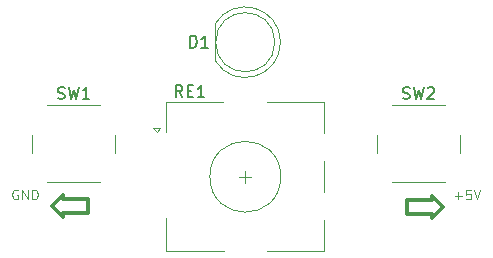
<source format=gbr>
G04 #@! TF.GenerationSoftware,KiCad,Pcbnew,(5.0.2-5)-5*
G04 #@! TF.CreationDate,2019-10-01T20:51:56+03:00*
G04 #@! TF.ProjectId,nav_panel,6e61765f-7061-46e6-956c-2e6b69636164,rev?*
G04 #@! TF.SameCoordinates,Original*
G04 #@! TF.FileFunction,Legend,Top*
G04 #@! TF.FilePolarity,Positive*
%FSLAX46Y46*%
G04 Gerber Fmt 4.6, Leading zero omitted, Abs format (unit mm)*
G04 Created by KiCad (PCBNEW (5.0.2-5)-5) date 2019 October 01, Tuesday 20:51:56*
%MOMM*%
%LPD*%
G01*
G04 APERTURE LIST*
%ADD10C,0.300000*%
%ADD11C,0.120000*%
%ADD12C,0.150000*%
G04 APERTURE END LIST*
D10*
X162306190Y-95789714D02*
X162306190Y-94646857D01*
X164401428Y-94646857D01*
X164401428Y-94265904D01*
X165353809Y-95218285D01*
X164401428Y-96170666D01*
X164401428Y-95789714D01*
X162306190Y-95789714D01*
X135254809Y-94583285D02*
X135254809Y-95726142D01*
X133159571Y-95726142D01*
X133159571Y-96107095D01*
X132207190Y-95154714D01*
X133159571Y-94202333D01*
X133159571Y-94583285D01*
X135254809Y-94583285D01*
D11*
X129338523Y-93834000D02*
X129262333Y-93795904D01*
X129148047Y-93795904D01*
X129033761Y-93834000D01*
X128957571Y-93910190D01*
X128919476Y-93986380D01*
X128881380Y-94138761D01*
X128881380Y-94253047D01*
X128919476Y-94405428D01*
X128957571Y-94481619D01*
X129033761Y-94557809D01*
X129148047Y-94595904D01*
X129224238Y-94595904D01*
X129338523Y-94557809D01*
X129376619Y-94519714D01*
X129376619Y-94253047D01*
X129224238Y-94253047D01*
X129719476Y-94595904D02*
X129719476Y-93795904D01*
X130176619Y-94595904D01*
X130176619Y-93795904D01*
X130557571Y-94595904D02*
X130557571Y-93795904D01*
X130748047Y-93795904D01*
X130862333Y-93834000D01*
X130938523Y-93910190D01*
X130976619Y-93986380D01*
X131014714Y-94138761D01*
X131014714Y-94253047D01*
X130976619Y-94405428D01*
X130938523Y-94481619D01*
X130862333Y-94557809D01*
X130748047Y-94595904D01*
X130557571Y-94595904D01*
X166330380Y-94291142D02*
X166939904Y-94291142D01*
X166635142Y-94595904D02*
X166635142Y-93986380D01*
X167701809Y-93795904D02*
X167320857Y-93795904D01*
X167282761Y-94176857D01*
X167320857Y-94138761D01*
X167397047Y-94100666D01*
X167587523Y-94100666D01*
X167663714Y-94138761D01*
X167701809Y-94176857D01*
X167739904Y-94253047D01*
X167739904Y-94443523D01*
X167701809Y-94519714D01*
X167663714Y-94557809D01*
X167587523Y-94595904D01*
X167397047Y-94595904D01*
X167320857Y-94557809D01*
X167282761Y-94519714D01*
X167968476Y-93795904D02*
X168235142Y-94595904D01*
X168501809Y-93795904D01*
G04 #@! TO.C,D1*
X151580000Y-81280462D02*
G75*
G03X146030000Y-79735170I-2990000J462D01*
G01*
X151580000Y-81279538D02*
G75*
G02X146030000Y-82824830I-2990000J-462D01*
G01*
X151090000Y-81280000D02*
G75*
G03X151090000Y-81280000I-2500000J0D01*
G01*
X146030000Y-79735000D02*
X146030000Y-82825000D01*
G04 #@! TO.C,RE1*
X148097000Y-92670000D02*
X149097000Y-92670000D01*
X148597000Y-92170000D02*
X148597000Y-93170000D01*
X155297000Y-96370000D02*
X155297000Y-98970000D01*
X155297000Y-91370000D02*
X155297000Y-93970000D01*
X155297000Y-86370000D02*
X155297000Y-88970000D01*
X141397000Y-88570000D02*
X141097000Y-88870000D01*
X140797000Y-88570000D02*
X141397000Y-88570000D01*
X141097000Y-88870000D02*
X140797000Y-88570000D01*
X141897000Y-86370000D02*
X141897000Y-88870000D01*
X146697000Y-86370000D02*
X141897000Y-86370000D01*
X141897000Y-98970000D02*
X141897000Y-96170000D01*
X146797000Y-98970000D02*
X141897000Y-98970000D01*
X155297000Y-98970000D02*
X150397000Y-98970000D01*
X150397000Y-86370000D02*
X155297000Y-86370000D01*
X151597000Y-92670000D02*
G75*
G03X151597000Y-92670000I-3000000J0D01*
G01*
G04 #@! TO.C,SW1*
X137560000Y-90630000D02*
X137560000Y-89130000D01*
X136310000Y-86630000D02*
X131810000Y-86630000D01*
X130560000Y-89130000D02*
X130560000Y-90630000D01*
X131810000Y-93130000D02*
X136310000Y-93130000D01*
G04 #@! TO.C,SW2*
X161020000Y-93130000D02*
X165520000Y-93130000D01*
X159770000Y-89130000D02*
X159770000Y-90630000D01*
X165520000Y-86630000D02*
X161020000Y-86630000D01*
X166770000Y-90630000D02*
X166770000Y-89130000D01*
G04 #@! TO.C,D1*
D12*
X143914904Y-81732380D02*
X143914904Y-80732380D01*
X144153000Y-80732380D01*
X144295857Y-80780000D01*
X144391095Y-80875238D01*
X144438714Y-80970476D01*
X144486333Y-81160952D01*
X144486333Y-81303809D01*
X144438714Y-81494285D01*
X144391095Y-81589523D01*
X144295857Y-81684761D01*
X144153000Y-81732380D01*
X143914904Y-81732380D01*
X145438714Y-81732380D02*
X144867285Y-81732380D01*
X145153000Y-81732380D02*
X145153000Y-80732380D01*
X145057761Y-80875238D01*
X144962523Y-80970476D01*
X144867285Y-81018095D01*
G04 #@! TO.C,RE1*
X143277952Y-85922380D02*
X142944619Y-85446190D01*
X142706523Y-85922380D02*
X142706523Y-84922380D01*
X143087476Y-84922380D01*
X143182714Y-84970000D01*
X143230333Y-85017619D01*
X143277952Y-85112857D01*
X143277952Y-85255714D01*
X143230333Y-85350952D01*
X143182714Y-85398571D01*
X143087476Y-85446190D01*
X142706523Y-85446190D01*
X143706523Y-85398571D02*
X144039857Y-85398571D01*
X144182714Y-85922380D02*
X143706523Y-85922380D01*
X143706523Y-84922380D01*
X144182714Y-84922380D01*
X145135095Y-85922380D02*
X144563666Y-85922380D01*
X144849380Y-85922380D02*
X144849380Y-84922380D01*
X144754142Y-85065238D01*
X144658904Y-85160476D01*
X144563666Y-85208095D01*
G04 #@! TO.C,SW1*
X132726666Y-86034761D02*
X132869523Y-86082380D01*
X133107619Y-86082380D01*
X133202857Y-86034761D01*
X133250476Y-85987142D01*
X133298095Y-85891904D01*
X133298095Y-85796666D01*
X133250476Y-85701428D01*
X133202857Y-85653809D01*
X133107619Y-85606190D01*
X132917142Y-85558571D01*
X132821904Y-85510952D01*
X132774285Y-85463333D01*
X132726666Y-85368095D01*
X132726666Y-85272857D01*
X132774285Y-85177619D01*
X132821904Y-85130000D01*
X132917142Y-85082380D01*
X133155238Y-85082380D01*
X133298095Y-85130000D01*
X133631428Y-85082380D02*
X133869523Y-86082380D01*
X134060000Y-85368095D01*
X134250476Y-86082380D01*
X134488571Y-85082380D01*
X135393333Y-86082380D02*
X134821904Y-86082380D01*
X135107619Y-86082380D02*
X135107619Y-85082380D01*
X135012380Y-85225238D01*
X134917142Y-85320476D01*
X134821904Y-85368095D01*
G04 #@! TO.C,SW2*
X161936666Y-86034761D02*
X162079523Y-86082380D01*
X162317619Y-86082380D01*
X162412857Y-86034761D01*
X162460476Y-85987142D01*
X162508095Y-85891904D01*
X162508095Y-85796666D01*
X162460476Y-85701428D01*
X162412857Y-85653809D01*
X162317619Y-85606190D01*
X162127142Y-85558571D01*
X162031904Y-85510952D01*
X161984285Y-85463333D01*
X161936666Y-85368095D01*
X161936666Y-85272857D01*
X161984285Y-85177619D01*
X162031904Y-85130000D01*
X162127142Y-85082380D01*
X162365238Y-85082380D01*
X162508095Y-85130000D01*
X162841428Y-85082380D02*
X163079523Y-86082380D01*
X163270000Y-85368095D01*
X163460476Y-86082380D01*
X163698571Y-85082380D01*
X164031904Y-85177619D02*
X164079523Y-85130000D01*
X164174761Y-85082380D01*
X164412857Y-85082380D01*
X164508095Y-85130000D01*
X164555714Y-85177619D01*
X164603333Y-85272857D01*
X164603333Y-85368095D01*
X164555714Y-85510952D01*
X163984285Y-86082380D01*
X164603333Y-86082380D01*
G04 #@! TD*
M02*

</source>
